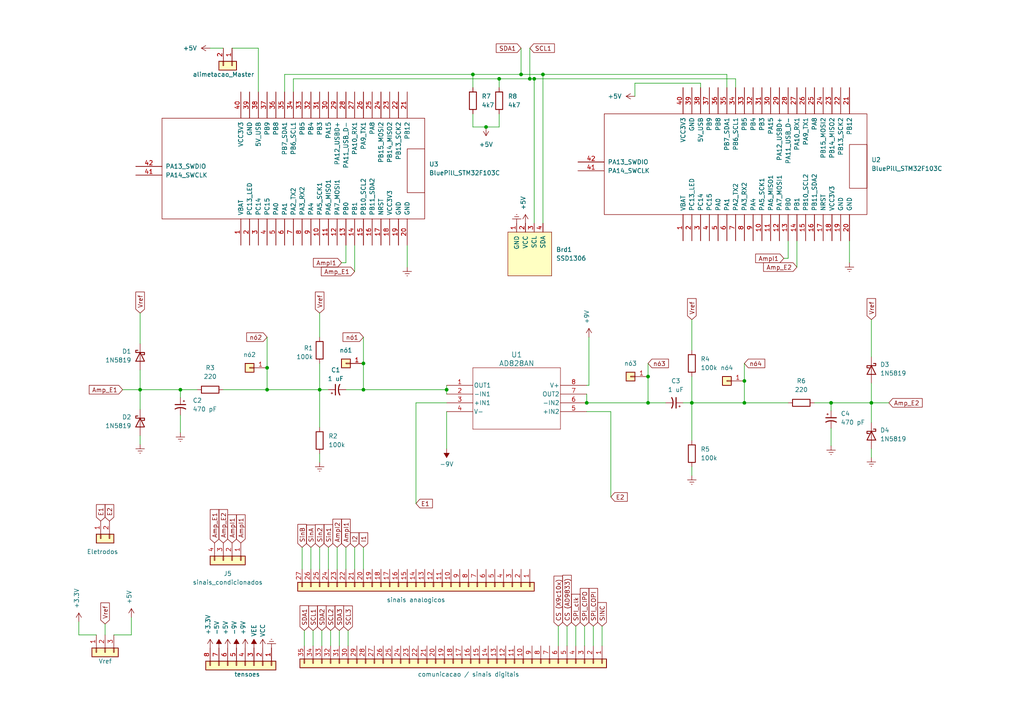
<source format=kicad_sch>
(kicad_sch (version 20230121) (generator eeschema)
  (paper "A4")
  (title_block (title "Condicionamento 2 canais ") (date "2023-07-17") (rev "v01") (company "EITduino") (comment 1 "Autor: Gustavo Pinheiro") (comment 2 "placa face simples 90x100 mm"))
  (lib_symbols
    (symbol "AD828AN:AD828AN" (pin_names (offset 0.254))
      (property "Reference" "U" (at 20.32 10.16 0))
      (property "Value" "AD828AN" (at 20.32 7.62 0))
      (symbol "AD828AN_0_1"
        (polyline (pts (xy 7.62 -12.7) (xy 33.02 -12.7)) (stroke (width 0.127)))
        (polyline (pts (xy 7.62 5.08) (xy 7.62 -12.7)) (stroke (width 0.127)))
        (polyline (pts (xy 33.02 -12.7) (xy 33.02 5.08)) (stroke (width 0.127)))
        (polyline (pts (xy 33.02 5.08) (xy 7.62 5.08)) (stroke (width 0.127)))
        (pin unspecified line (at 0 0 0) (length 7.62) (name "OUT1") (number "1"))
        (pin unspecified line (at 0 -2.54 0) (length 7.62) (name "-IN1") (number "2"))
        (pin unspecified line (at 0 -5.08 0) (length 7.62) (name "+IN1") (number "3"))
        (pin power_in line (at 0 -7.62 0) (length 7.62) (name "V-") (number "4"))
        (pin unspecified line (at 40.64 -7.62 180) (length 7.62) (name "+IN2") (number "5"))
        (pin unspecified line (at 40.64 -5.08 180) (length 7.62) (name "-IN2") (number "6"))
        (pin unspecified line (at 40.64 -2.54 180) (length 7.62) (name "OUT2") (number "7"))
        (pin power_in line (at 40.64 0 180) (length 7.62) (name "V+") (number "8"))
      )
    )
    (symbol "Connector_Generic:Conn_01x01" (pin_names (offset 1.016) hide)
      (property "Reference" "J" (at 0 2.54 0))
      (property "Value" "Conn_01x01" (at 0 -2.54 0))
      (symbol "Conn_01x01_1_1"
        (rectangle (start -1.27 0.127) (end 0 -0.127) (stroke (width 0.1524)))
        (rectangle (start -1.27 1.27) (end 1.27 -1.27) (stroke (width 0.254)) (fill (type background)))
        (pin passive line (at -5.08 0 0) (length 3.81) (name "Pin_1") (number "1"))
      )
    )
    (symbol "Connector_Generic:Conn_01x02" (pin_names (offset 1.016) hide)
      (property "Reference" "J" (at 0 2.54 0))
      (property "Value" "Conn_01x02" (at 0 -5.08 0))
      (symbol "Conn_01x02_1_1"
        (rectangle (start -1.27 -2.413) (end 0 -2.667) (stroke (width 0.1524)))
        (rectangle (start -1.27 0.127) (end 0 -0.127) (stroke (width 0.1524)))
        (rectangle (start -1.27 1.27) (end 1.27 -3.81) (stroke (width 0.254)) (fill (type background)))
        (pin passive line (at -5.08 0 0) (length 3.81) (name "Pin_1") (number "1"))
        (pin passive line (at -5.08 -2.54 0) (length 3.81) (name "Pin_2") (number "2"))
      )
    )
    (symbol "Connector_Generic:Conn_01x03" (pin_names (offset 1.016) hide)
      (property "Reference" "J" (at 0 5.08 0))
      (property "Value" "Conn_01x03" (at 0 -5.08 0))
      (symbol "Conn_01x03_1_1"
        (rectangle (start -1.27 -2.413) (end 0 -2.667) (stroke (width 0.1524)))
        (rectangle (start -1.27 0.127) (end 0 -0.127) (stroke (width 0.1524)))
        (rectangle (start -1.27 2.667) (end 0 2.413) (stroke (width 0.1524)))
        (rectangle (start -1.27 3.81) (end 1.27 -3.81) (stroke (width 0.254)) (fill (type background)))
        (pin passive line (at -5.08 2.54 0) (length 3.81) (name "Pin_1") (number "1"))
        (pin passive line (at -5.08 0 0) (length 3.81) (name "Pin_2") (number "2"))
        (pin passive line (at -5.08 -2.54 0) (length 3.81) (name "Pin_3") (number "3"))
      )
    )
    (symbol "Connector_Generic:Conn_01x04" (pin_names (offset 1.016) hide)
      (property "Reference" "J" (at 0 5.08 0))
      (property "Value" "Conn_01x04" (at 0 -7.62 0))
      (symbol "Conn_01x04_1_1"
        (rectangle (start -1.27 -4.953) (end 0 -5.207) (stroke (width 0.1524)))
        (rectangle (start -1.27 -2.413) (end 0 -2.667) (stroke (width 0.1524)))
        (rectangle (start -1.27 0.127) (end 0 -0.127) (stroke (width 0.1524)))
        (rectangle (start -1.27 2.667) (end 0 2.413) (stroke (width 0.1524)))
        (rectangle (start -1.27 3.81) (end 1.27 -6.35) (stroke (width 0.254)) (fill (type background)))
        (pin passive line (at -5.08 2.54 0) (length 3.81) (name "Pin_1") (number "1"))
        (pin passive line (at -5.08 0 0) (length 3.81) (name "Pin_2") (number "2"))
        (pin passive line (at -5.08 -2.54 0) (length 3.81) (name "Pin_3") (number "3"))
        (pin passive line (at -5.08 -5.08 0) (length 3.81) (name "Pin_4") (number "4"))
      )
    )
    (symbol "Connector_Generic:Conn_01x08" (pin_names (offset 1.016) hide)
      (property "Reference" "J" (at 0 10.16 0))
      (property "Value" "Conn_01x08" (at 0 -12.7 0))
      (symbol "Conn_01x08_1_1"
        (rectangle (start -1.27 -10.033) (end 0 -10.287) (stroke (width 0.1524)))
        (rectangle (start -1.27 -7.493) (end 0 -7.747) (stroke (width 0.1524)))
        (rectangle (start -1.27 -4.953) (end 0 -5.207) (stroke (width 0.1524)))
        (rectangle (start -1.27 -2.413) (end 0 -2.667) (stroke (width 0.1524)))
        (rectangle (start -1.27 0.127) (end 0 -0.127) (stroke (width 0.1524)))
        (rectangle (start -1.27 2.667) (end 0 2.413) (stroke (width 0.1524)))
        (rectangle (start -1.27 5.207) (end 0 4.953) (stroke (width 0.1524)))
        (rectangle (start -1.27 7.747) (end 0 7.493) (stroke (width 0.1524)))
        (rectangle (start -1.27 8.89) (end 1.27 -11.43) (stroke (width 0.254)) (fill (type background)))
        (pin passive line (at -5.08 7.62 0) (length 3.81) (name "Pin_1") (number "1"))
        (pin passive line (at -5.08 5.08 0) (length 3.81) (name "Pin_2") (number "2"))
        (pin passive line (at -5.08 2.54 0) (length 3.81) (name "Pin_3") (number "3"))
        (pin passive line (at -5.08 0 0) (length 3.81) (name "Pin_4") (number "4"))
        (pin passive line (at -5.08 -2.54 0) (length 3.81) (name "Pin_5") (number "5"))
        (pin passive line (at -5.08 -5.08 0) (length 3.81) (name "Pin_6") (number "6"))
        (pin passive line (at -5.08 -7.62 0) (length 3.81) (name "Pin_7") (number "7"))
        (pin passive line (at -5.08 -10.16 0) (length 3.81) (name "Pin_8") (number "8"))
      )
    )
    (symbol "Connector_Generic:Conn_01x27" (pin_names (offset 1.016) hide)
      (property "Reference" "J" (at 0 35.56 0))
      (property "Value" "Conn_01x27" (at 0 -35.56 0))
      (symbol "Conn_01x27_1_1"
        (rectangle (start -1.27 -32.893) (end 0 -33.147) (stroke (width 0.1524)))
        (rectangle (start -1.27 -30.353) (end 0 -30.607) (stroke (width 0.1524)))
        (rectangle (start -1.27 -27.813) (end 0 -28.067) (stroke (width 0.1524)))
        (rectangle (start -1.27 -25.273) (end 0 -25.527) (stroke (width 0.1524)))
        (rectangle (start -1.27 -22.733) (end 0 -22.987) (stroke (width 0.1524)))
        (rectangle (start -1.27 -20.193) (end 0 -20.447) (stroke (width 0.1524)))
        (rectangle (start -1.27 -17.653) (end 0 -17.907) (stroke (width 0.1524)))
        (rectangle (start -1.27 -15.113) (end 0 -15.367) (stroke (width 0.1524)))
        (rectangle (start -1.27 -12.573) (end 0 -12.827) (stroke (width 0.1524)))
        (rectangle (start -1.27 -10.033) (end 0 -10.287) (stroke (width 0.1524)))
        (rectangle (start -1.27 -7.493) (end 0 -7.747) (stroke (width 0.1524)))
        (rectangle (start -1.27 -4.953) (end 0 -5.207) (stroke (width 0.1524)))
        (rectangle (start -1.27 -2.413) (end 0 -2.667) (stroke (width 0.1524)))
        (rectangle (start -1.27 0.127) (end 0 -0.127) (stroke (width 0.1524)))
        (rectangle (start -1.27 2.667) (end 0 2.413) (stroke (width 0.1524)))
        (rectangle (start -1.27 5.207) (end 0 4.953) (stroke (width 0.1524)))
        (rectangle (start -1.27 7.747) (end 0 7.493) (stroke (width 0.1524)))
        (rectangle (start -1.27 10.287) (end 0 10.033) (stroke (width 0.1524)))
        (rectangle (start -1.27 12.827) (end 0 12.573) (stroke (width 0.1524)))
        (rectangle (start -1.27 15.367) (end 0 15.113) (stroke (width 0.1524)))
        (rectangle (start -1.27 17.907) (end 0 17.653) (stroke (width 0.1524)))
        (rectangle (start -1.27 20.447) (end 0 20.193) (stroke (width 0.1524)))
        (rectangle (start -1.27 22.987) (end 0 22.733) (stroke (width 0.1524)))
        (rectangle (start -1.27 25.527) (end 0 25.273) (stroke (width 0.1524)))
        (rectangle (start -1.27 28.067) (end 0 27.813) (stroke (width 0.1524)))
        (rectangle (start -1.27 30.607) (end 0 30.353) (stroke (width 0.1524)))
        (rectangle (start -1.27 33.147) (end 0 32.893) (stroke (width 0.1524)))
        (rectangle (start -1.27 34.29) (end 1.27 -34.29) (stroke (width 0.254)) (fill (type background)))
        (pin passive line (at -5.08 33.02 0) (length 3.81) (name "Pin_1") (number "1"))
        (pin passive line (at -5.08 10.16 0) (length 3.81) (name "Pin_10") (number "10"))
        (pin passive line (at -5.08 7.62 0) (length 3.81) (name "Pin_11") (number "11"))
        (pin passive line (at -5.08 5.08 0) (length 3.81) (name "Pin_12") (number "12"))
        (pin passive line (at -5.08 2.54 0) (length 3.81) (name "Pin_13") (number "13"))
        (pin passive line (at -5.08 0 0) (length 3.81) (name "Pin_14") (number "14"))
        (pin passive line (at -5.08 -2.54 0) (length 3.81) (name "Pin_15") (number "15"))
        (pin passive line (at -5.08 -5.08 0) (length 3.81) (name "Pin_16") (number "16"))
        (pin passive line (at -5.08 -7.62 0) (length 3.81) (name "Pin_17") (number "17"))
        (pin passive line (at -5.08 -10.16 0) (length 3.81) (name "Pin_18") (number "18"))
        (pin passive line (at -5.08 -12.7 0) (length 3.81) (name "Pin_19") (number "19"))
        (pin passive line (at -5.08 30.48 0) (length 3.81) (name "Pin_2") (number "2"))
        (pin passive line (at -5.08 -15.24 0) (length 3.81) (name "Pin_20") (number "20"))
        (pin passive line (at -5.08 -17.78 0) (length 3.81) (name "Pin_21") (number "21"))
        (pin passive line (at -5.08 -20.32 0) (length 3.81) (name "Pin_22") (number "22"))
        (pin passive line (at -5.08 -22.86 0) (length 3.81) (name "Pin_23") (number "23"))
        (pin passive line (at -5.08 -25.4 0) (length 3.81) (name "Pin_24") (number "24"))
        (pin passive line (at -5.08 -27.94 0) (length 3.81) (name "Pin_25") (number "25"))
        (pin passive line (at -5.08 -30.48 0) (length 3.81) (name "Pin_26") (number "26"))
        (pin passive line (at -5.08 -33.02 0) (length 3.81) (name "Pin_27") (number "27"))
        (pin passive line (at -5.08 27.94 0) (length 3.81) (name "Pin_3") (number "3"))
        (pin passive line (at -5.08 25.4 0) (length 3.81) (name "Pin_4") (number "4"))
        (pin passive line (at -5.08 22.86 0) (length 3.81) (name "Pin_5") (number "5"))
        (pin passive line (at -5.08 20.32 0) (length 3.81) (name "Pin_6") (number "6"))
        (pin passive line (at -5.08 17.78 0) (length 3.81) (name "Pin_7") (number "7"))
        (pin passive line (at -5.08 15.24 0) (length 3.81) (name "Pin_8") (number "8"))
        (pin passive line (at -5.08 12.7 0) (length 3.81) (name "Pin_9") (number "9"))
      )
    )
    (symbol "Connector_Generic:Conn_01x35" (pin_names (offset 1.016) hide)
      (property "Reference" "J" (at 0 45.72 0))
      (property "Value" "Conn_01x35" (at 0 -45.72 0))
      (symbol "Conn_01x35_1_1"
        (rectangle (start -1.27 -43.053) (end 0 -43.307) (stroke (width 0.1524)))
        (rectangle (start -1.27 -40.513) (end 0 -40.767) (stroke (width 0.1524)))
        (rectangle (start -1.27 -37.973) (end 0 -38.227) (stroke (width 0.1524)))
        (rectangle (start -1.27 -35.433) (end 0 -35.687) (stroke (width 0.1524)))
        (rectangle (start -1.27 -32.893) (end 0 -33.147) (stroke (width 0.1524)))
        (rectangle (start -1.27 -30.353) (end 0 -30.607) (stroke (width 0.1524)))
        (rectangle (start -1.27 -27.813) (end 0 -28.067) (stroke (width 0.1524)))
        (rectangle (start -1.27 -25.273) (end 0 -25.527) (stroke (width 0.1524)))
        (rectangle (start -1.27 -22.733) (end 0 -22.987) (stroke (width 0.1524)))
        (rectangle (start -1.27 -20.193) (end 0 -20.447) (stroke (width 0.1524)))
        (rectangle (start -1.27 -17.653) (end 0 -17.907) (stroke (width 0.1524)))
        (rectangle (start -1.27 -15.113) (end 0 -15.367) (stroke (width 0.1524)))
        (rectangle (start -1.27 -12.573) (end 0 -12.827) (stroke (width 0.1524)))
        (rectangle (start -1.27 -10.033) (end 0 -10.287) (stroke (width 0.1524)))
        (rectangle (start -1.27 -7.493) (end 0 -7.747) (stroke (width 0.1524)))
        (rectangle (start -1.27 -4.953) (end 0 -5.207) (stroke (width 0.1524)))
        (rectangle (start -1.27 -2.413) (end 0 -2.667) (stroke (width 0.1524)))
        (rectangle (start -1.27 0.127) (end 0 -0.127) (stroke (width 0.1524)))
        (rectangle (start -1.27 2.667) (end 0 2.413) (stroke (width 0.1524)))
        (rectangle (start -1.27 5.207) (end 0 4.953) (stroke (width 0.1524)))
        (rectangle (start -1.27 7.747) (end 0 7.493) (stroke (width 0.1524)))
        (rectangle (start -1.27 10.287) (end 0 10.033) (stroke (width 0.1524)))
        (rectangle (start -1.27 12.827) (end 0 12.573) (stroke (width 0.1524)))
        (rectangle (start -1.27 15.367) (end 0 15.113) (stroke (width 0.1524)))
        (rectangle (start -1.27 17.907) (end 0 17.653) (stroke (width 0.1524)))
        (rectangle (start -1.27 20.447) (end 0 20.193) (stroke (width 0.1524)))
        (rectangle (start -1.27 22.987) (end 0 22.733) (stroke (width 0.1524)))
        (rectangle (start -1.27 25.527) (end 0 25.273) (stroke (width 0.1524)))
        (rectangle (start -1.27 28.067) (end 0 27.813) (stroke (width 0.1524)))
        (rectangle (start -1.27 30.607) (end 0 30.353) (stroke (width 0.1524)))
        (rectangle (start -1.27 33.147) (end 0 32.893) (stroke (width 0.1524)))
        (rectangle (start -1.27 35.687) (end 0 35.433) (stroke (width 0.1524)))
        (rectangle (start -1.27 38.227) (end 0 37.973) (stroke (width 0.1524)))
        (rectangle (start -1.27 40.767) (end 0 40.513) (stroke (width 0.1524)))
        (rectangle (start -1.27 43.307) (end 0 43.053) (stroke (width 0.1524)))
        (rectangle (start -1.27 44.45) (end 1.27 -44.45) (stroke (width 0.254)) (fill (type background)))
        (pin passive line (at -5.08 43.18 0) (length 3.81) (name "Pin_1") (number "1"))
        (pin passive line (at -5.08 20.32 0) (length 3.81) (name "Pin_10") (number "10"))
        (pin passive line (at -5.08 17.78 0) (length 3.81) (name "Pin_11") (number "11"))
        (pin passive line (at -5.08 15.24 0) (length 3.81) (name "Pin_12") (number "12"))
        (pin passive line (at -5.08 12.7 0) (length 3.81) (name "Pin_13") (number "13"))
        (pin passive line (at -5.08 10.16 0) (length 3.81) (name "Pin_14") (number "14"))
        (pin passive line (at -5.08 7.62 0) (length 3.81) (name "Pin_15") (number "15"))
        (pin passive line (at -5.08 5.08 0) (length 3.81) (name "Pin_16") (number "16"))
        (pin passive line (at -5.08 2.54 0) (length 3.81) (name "Pin_17") (number "17"))
        (pin passive line (at -5.08 0 0) (length 3.81) (name "Pin_18") (number "18"))
        (pin passive line (at -5.08 -2.54 0) (length 3.81) (name "Pin_19") (number "19"))
        (pin passive line (at -5.08 40.64 0) (length 3.81) (name "Pin_2") (number "2"))
        (pin passive line (at -5.08 -5.08 0) (length 3.81) (name "Pin_20") (number "20"))
        (pin passive line (at -5.08 -7.62 0) (length 3.81) (name "Pin_21") (number "21"))
        (pin passive line (at -5.08 -10.16 0) (length 3.81) (name "Pin_22") (number "22"))
        (pin passive line (at -5.08 -12.7 0) (length 3.81) (name "Pin_23") (number "23"))
        (pin passive line (at -5.08 -15.24 0) (length 3.81) (name "Pin_24") (number "24"))
        (pin passive line (at -5.08 -17.78 0) (length 3.81) (name "Pin_25") (number "25"))
        (pin passive line (at -5.08 -20.32 0) (length 3.81) (name "Pin_26") (number "26"))
        (pin passive line (at -5.08 -22.86 0) (length 3.81) (name "Pin_27") (number "27"))
        (pin passive line (at -5.08 -25.4 0) (length 3.81) (name "Pin_28") (number "28"))
        (pin passive line (at -5.08 -27.94 0) (length 3.81) (name "Pin_29") (number "29"))
        (pin passive line (at -5.08 38.1 0) (length 3.81) (name "Pin_3") (number "3"))
        (pin passive line (at -5.08 -30.48 0) (length 3.81) (name "Pin_30") (number "30"))
        (pin passive line (at -5.08 -33.02 0) (length 3.81) (name "Pin_31") (number "31"))
        (pin passive line (at -5.08 -35.56 0) (length 3.81) (name "Pin_32") (number "32"))
        (pin passive line (at -5.08 -38.1 0) (length 3.81) (name "Pin_33") (number "33"))
        (pin passive line (at -5.08 -40.64 0) (length 3.81) (name "Pin_34") (number "34"))
        (pin passive line (at -5.08 -43.18 0) (length 3.81) (name "Pin_35") (number "35"))
        (pin passive line (at -5.08 35.56 0) (length 3.81) (name "Pin_4") (number "4"))
        (pin passive line (at -5.08 33.02 0) (length 3.81) (name "Pin_5") (number "5"))
        (pin passive line (at -5.08 30.48 0) (length 3.81) (name "Pin_6") (number "6"))
        (pin passive line (at -5.08 27.94 0) (length 3.81) (name "Pin_7") (number "7"))
        (pin passive line (at -5.08 25.4 0) (length 3.81) (name "Pin_8") (number "8"))
        (pin passive line (at -5.08 22.86 0) (length 3.81) (name "Pin_9") (number "9"))
      )
    )
    (symbol "Device:C_Polarized_Small_US" (pin_numbers hide) (pin_names (offset 0.254) hide)
      (property "Reference" "C" (at 0.254 1.778 0))
      (property "Value" "C_Polarized_Small_US" (at 0.254 -2.032 0))
      (symbol "C_Polarized_Small_US_0_1"
        (polyline (pts (xy -1.524 0.508) (xy 1.524 0.508)) (stroke (width 0.3048)))
        (polyline (pts (xy -1.27 1.524) (xy -0.762 1.524)))
        (polyline (pts (xy -1.016 1.27) (xy -1.016 1.778)))
        (arc (start 1.524 -0.762) (mid 0 -0.3734) (end -1.524 -0.762) (stroke (width 0.3048)))
      )
      (symbol "C_Polarized_Small_US_1_1"
        (pin passive line (at 0 2.54 270) (length 2.032) (name "~") (number "1"))
        (pin passive line (at 0 -2.54 90) (length 2.032) (name "~") (number "2"))
      )
    )
    (symbol "Device:R" (pin_numbers hide) (pin_names (offset 0))
      (property "Reference" "R" (at 2.032 0 90))
      (property "Value" "R" (at 0 0 90))
      (symbol "R_0_1"
        (rectangle (start -1.016 -2.54) (end 1.016 2.54) (stroke (width 0.254)))
      )
      (symbol "R_1_1"
        (pin passive line (at 0 3.81 270) (length 1.27) (name "~") (number "1"))
        (pin passive line (at 0 -3.81 90) (length 1.27) (name "~") (number "2"))
      )
    )
    (symbol "Diode:1N5819" (pin_numbers hide) (pin_names (offset 1.016) hide)
      (property "Reference" "D" (at 0 2.54 0))
      (property "Value" "1N5819" (at 0 -2.54 0))
      (symbol "1N5819_0_1"
        (polyline (pts (xy 1.27 0) (xy -1.27 0)))
        (polyline (pts (xy 1.27 1.27) (xy 1.27 -1.27) (xy -1.27 0) (xy 1.27 1.27)) (stroke (width 0.254)))
        (polyline (pts (xy -1.905 0.635) (xy -1.905 1.27) (xy -1.27 1.27) (xy -1.27 -1.27) (xy -0.635 -1.27) (xy -0.635 -0.635)) (stroke (width 0.254)))
      )
      (symbol "1N5819_1_1"
        (pin passive line (at -3.81 0 0) (length 2.54) (name "K") (number "1"))
        (pin passive line (at 3.81 0 180) (length 2.54) (name "A") (number "2"))
      )
    )
    (symbol "SSD1306-128x64_OLED:SSD1306" (pin_names (offset 1.016))
      (property "Reference" "Brd" (at 0 -3.81 0))
      (property "Value" "SSD1306" (at 0 -1.27 0))
      (symbol "SSD1306_0_1"
        (rectangle (start -6.35 6.35) (end 6.35 -6.35) (fill (type background)))
      )
      (symbol "SSD1306_1_1"
        (pin input line (at -3.81 8.89 270) (length 2.54) (name "GND") (number "1"))
        (pin input line (at -1.27 8.89 270) (length 2.54) (name "VCC") (number "2"))
        (pin input line (at 1.27 8.89 270) (length 2.54) (name "SCL") (number "3"))
        (pin input line (at 3.81 8.89 270) (length 2.54) (name "SDA") (number "4"))
      )
    )
    (symbol "bluepill_breakouts:BluePill_STM32F103C" (pin_names (offset 1.016))
      (property "Reference" "U" (at -11.43 -34.29 0))
      (property "Value" "BluePill_STM32F103C" (at 1.27 21.59 0))
      (symbol "BluePill_STM32F103C_0_1"
        (rectangle (start -6.35 -35.56) (end 6.35 -30.48))
      )
      (symbol "BluePill_STM32F103C_1_0"
        (rectangle (start -13.97 -35.56) (end 15.24 40.64))
      )
      (symbol "BluePill_STM32F103C_1_1"
        (pin power_in line (at -21.59 17.78 0) (length 7.62) (name "VBAT") (number "1"))
        (pin bidirectional line (at -21.59 -5.08 0) (length 7.62) (name "PA5_SCK1") (number "10"))
        (pin bidirectional line (at -21.59 -7.62 0) (length 7.62) (name "PA6_MISO1") (number "11"))
        (pin bidirectional line (at -21.59 -10.16 0) (length 7.62) (name "PA7_MOSI1") (number "12"))
        (pin bidirectional line (at -21.59 -12.7 0) (length 7.62) (name "PB0") (number "13"))
        (pin bidirectional line (at -21.59 -15.24 0) (length 7.62) (name "PB1") (number "14"))
        (pin bidirectional line (at -21.59 -17.78 0) (length 7.62) (name "PB10_SCL2") (number "15"))
        (pin bidirectional line (at -21.59 -20.32 0) (length 7.62) (name "PB11_SDA2") (number "16"))
        (pin input line (at -21.59 -22.86 0) (length 7.62) (name "NRST") (number "17"))
        (pin bidirectional line (at -21.59 -25.4 0) (length 7.62) (name "VCC3V3") (number "18"))
        (pin power_in line (at -21.59 -27.94 0) (length 7.62) (name "GND") (number "19"))
        (pin bidirectional line (at -21.59 15.24 0) (length 7.62) (name "PC13_LED") (number "2"))
        (pin power_in line (at -21.59 -30.48 0) (length 7.62) (name "GND") (number "20"))
        (pin bidirectional line (at 22.86 -30.48 180) (length 7.62) (name "PB12") (number "21"))
        (pin bidirectional line (at 22.86 -27.94 180) (length 7.62) (name "PB13_SCK2") (number "22"))
        (pin bidirectional line (at 22.86 -25.4 180) (length 7.62) (name "PB14_MISO2") (number "23"))
        (pin bidirectional line (at 22.86 -22.86 180) (length 7.62) (name "PB15_MOSI2") (number "24"))
        (pin bidirectional line (at 22.86 -20.32 180) (length 7.62) (name "PA8") (number "25"))
        (pin bidirectional line (at 22.86 -17.78 180) (length 7.62) (name "PA9_TX1") (number "26"))
        (pin bidirectional line (at 22.86 -15.24 180) (length 7.62) (name "PA10_RX1") (number "27"))
        (pin bidirectional line (at 22.86 -12.7 180) (length 7.62) (name "PA11_USB_D-") (number "28"))
        (pin bidirectional line (at 22.86 -10.16 180) (length 7.62) (name "PA12_USBD+") (number "29"))
        (pin bidirectional line (at -21.59 12.7 0) (length 7.62) (name "PC14") (number "3"))
        (pin bidirectional line (at 22.86 -7.62 180) (length 7.62) (name "PA15") (number "30"))
        (pin bidirectional line (at 22.86 -5.08 180) (length 7.62) (name "PB3") (number "31"))
        (pin bidirectional line (at 22.86 -2.54 180) (length 7.62) (name "PB4") (number "32"))
        (pin bidirectional line (at 22.86 0 180) (length 7.62) (name "PB5") (number "33"))
        (pin bidirectional line (at 22.86 2.54 180) (length 7.62) (name "PB6_SCL1") (number "34"))
        (pin bidirectional line (at 22.86 5.08 180) (length 7.62) (name "PB7_SDA1") (number "35"))
        (pin bidirectional line (at 22.86 7.62 180) (length 7.62) (name "PB8") (number "36"))
        (pin bidirectional line (at 22.86 10.16 180) (length 7.62) (name "PB9") (number "37"))
        (pin bidirectional line (at 22.86 12.7 180) (length 7.62) (name "5V_USB") (number "38"))
        (pin power_in line (at 22.86 15.24 180) (length 7.62) (name "GND") (number "39"))
        (pin bidirectional line (at -21.59 10.16 0) (length 7.62) (name "PC15") (number "4"))
        (pin bidirectional line (at 22.86 17.78 180) (length 7.62) (name "VCC3V3") (number "40"))
        (pin bidirectional line (at -1.27 48.26 270) (length 7.62) (name "PA14_SWCLK") (number "41"))
        (pin bidirectional line (at 1.27 48.26 270) (length 7.62) (name "PA13_SWDIO") (number "42"))
        (pin bidirectional line (at -21.59 7.62 0) (length 7.62) (name "PA0") (number "5"))
        (pin bidirectional line (at -21.59 5.08 0) (length 7.62) (name "PA1") (number "6"))
        (pin bidirectional line (at -21.59 2.54 0) (length 7.62) (name "PA2_TX2") (number "7"))
        (pin bidirectional line (at -21.59 0 0) (length 7.62) (name "PA3_RX2") (number "8"))
        (pin bidirectional line (at -21.59 -2.54 0) (length 7.62) (name "PA4") (number "9"))
      )
    )
    (symbol "power:+3.3V" (power) (pin_names (offset 0))
      (property "Value" "+3.3V" (at 0 3.556 0))
      (symbol "+3.3V_0_1"
        (polyline (pts (xy -0.762 1.27) (xy 0 2.54)))
        (polyline (pts (xy 0 0) (xy 0 2.54)))
        (polyline (pts (xy 0 2.54) (xy 0.762 1.27)))
      )
      (symbol "+3.3V_1_1"
        (pin power_in line (at 0 0 90) (length 0) hide (name "+3.3V") (number "1"))
      )
    )
    (symbol "power:+5V" (power) (pin_names (offset 0))
      (property "Value" "+5V" (at 0 3.556 0))
      (symbol "+5V_0_1"
        (polyline (pts (xy -0.762 1.27) (xy 0 2.54)))
        (polyline (pts (xy 0 0) (xy 0 2.54)))
        (polyline (pts (xy 0 2.54) (xy 0.762 1.27)))
      )
      (symbol "+5V_1_1"
        (pin power_in line (at 0 0 90) (length 0) hide (name "+5V") (number "1"))
      )
    )
    (symbol "power:+9V" (power) (pin_names (offset 0))
      (property "Value" "+9V" (at 0 3.556 0))
      (symbol "+9V_0_1"
        (polyline (pts (xy -0.762 1.27) (xy 0 2.54)))
        (polyline (pts (xy 0 0) (xy 0 2.54)))
        (polyline (pts (xy 0 2.54) (xy 0.762 1.27)))
      )
      (symbol "+9V_1_1"
        (pin power_in line (at 0 0 90) (length 0) hide (name "+9V") (number "1"))
      )
    )
    (symbol "power:-5V" (power) (pin_names (offset 0))
      (property "Value" "-5V" (at 0 3.81 0))
      (symbol "-5V_0_0"
        (pin power_in line (at 0 0 90) (length 0) hide (name "-5V") (number "1"))
      )
      (symbol "-5V_0_1"
        (polyline (pts (xy 0 0) (xy 0 1.27) (xy 0.762 1.27) (xy 0 2.54) (xy -0.762 1.27) (xy 0 1.27)) (fill (type outline)))
      )
    )
    (symbol "power:-9V" (power) (pin_names (offset 0))
      (property "Value" "-9V" (at 0 3.81 0))
      (symbol "-9V_0_1"
        (polyline (pts (xy 0 0) (xy 0 2.54)))
        (polyline (pts (xy 0.762 1.27) (xy -0.762 1.27) (xy 0 2.54) (xy 0.762 1.27)) (fill (type outline)))
      )
      (symbol "-9V_1_1"
        (pin power_in line (at 0 0 90) (length 0) hide (name "-9V") (number "1"))
      )
    )
    (symbol "power:Earth" (power) (pin_names (offset 0))
      (symbol "Earth_0_1"
        (polyline (pts (xy -0.635 -1.905) (xy 0.635 -1.905)))
        (polyline (pts (xy -0.127 -2.54) (xy 0.127 -2.54)))
        (polyline (pts (xy 0 -1.27) (xy 0 0)))
        (polyline (pts (xy 1.27 -1.27) (xy -1.27 -1.27)))
      )
      (symbol "Earth_1_1"
        (pin power_in line (at 0 0 270) (length 0) hide (name "Earth") (number "1"))
      )
    )
    (symbol "power:VCC" (power) (pin_names (offset 0))
      (property "Value" "VCC" (at 0 3.81 0))
      (symbol "VCC_0_1"
        (polyline (pts (xy -0.762 1.27) (xy 0 2.54)))
        (polyline (pts (xy 0 0) (xy 0 2.54)))
        (polyline (pts (xy 0 2.54) (xy 0.762 1.27)))
      )
      (symbol "VCC_1_1"
        (pin power_in line (at 0 0 90) (length 0) hide (name "VCC") (number "1"))
      )
    )
    (symbol "power:VEE" (power) (pin_names (offset 0))
      (property "Value" "VEE" (at 0 3.81 0))
      (symbol "VEE_0_1"
        (polyline (pts (xy 0 0) (xy 0 2.54)))
        (polyline (pts (xy 0.762 1.27) (xy -0.762 1.27) (xy 0 2.54) (xy 0.762 1.27)) (fill (type outline)))
      )
      (symbol "VEE_1_1"
        (pin power_in line (at 0 0 90) (length 0) hide (name "VEE") (number "1"))
      )
    )
  )
  (junction (at 200.66 116.84))
  (junction (at 187.96 109.22))
  (junction (at 153.67 22.86))
  (junction (at 144.78 22.86))
  (junction (at 105.41 105.41))
  (junction (at 137.16 21.59))
  (junction (at 215.9 116.84))
  (junction (at 170.18 116.84))
  (junction (at 215.9 110.49))
  (junction (at 252.73 116.84))
  (junction (at 52.324 113.03))
  (junction (at 77.47 113.03))
  (junction (at 154.94 22.86))
  (junction (at 157.48 21.59))
  (junction (at 40.64 113.03))
  (junction (at 241.046 116.84))
  (junction (at 77.47 106.68))
  (junction (at 105.41 113.03))
  (junction (at 187.96 116.84))
  (junction (at 151.13 21.59))
  (junction (at 140.97 36.83))
  (junction (at 129.54 113.03))
  (junction (at 92.71 113.03))
  (wire (pts (xy 82.55 21.59) (xy 82.55 26.67)))
  (wire (pts (xy 172.085 181.61) (xy 172.085 187.325)))
  (wire (pts (xy 33.02 184.15) (xy 38.1 184.15)))
  (wire (pts (xy 118.11 71.12) (xy 118.11 77.47)))
  (wire (pts (xy 144.78 33.02) (xy 144.78 36.83)))
  (wire (pts (xy 77.47 113.03) (xy 64.77 113.03)))
  (wire (pts (xy 90.17 158.75) (xy 90.17 165.1)))
  (wire (pts (xy 236.22 116.84) (xy 241.046 116.84)))
  (wire (pts (xy 95.25 113.03) (xy 92.71 113.03)))
  (wire (pts (xy 74.93 13.97) (xy 74.93 26.67)))
  (wire (pts (xy 40.64 126.365) (xy 40.64 128.905)))
  (wire (pts (xy 200.66 116.84) (xy 200.66 127.762)))
  (wire (pts (xy 60.96 13.97) (xy 64.77 13.97)))
  (wire (pts (xy 95.25 158.75) (xy 95.25 165.1)))
  (wire (pts (xy 137.16 21.59) (xy 82.55 21.59)))
  (wire (pts (xy 93.345 182.88) (xy 93.345 187.325)))
  (wire (pts (xy 87.63 158.75) (xy 87.63 165.1)))
  (wire (pts (xy 200.66 135.382) (xy 200.66 137.922)))
  (wire (pts (xy 52.324 113.03) (xy 40.64 113.03)))
  (wire (pts (xy 90.805 182.88) (xy 90.805 187.325)))
  (wire (pts (xy 105.41 113.03) (xy 100.33 113.03)))
  (wire (pts (xy 144.78 36.83) (xy 140.97 36.83)))
  (wire (pts (xy 252.73 130.175) (xy 252.73 132.715)))
  (wire (pts (xy 151.13 13.97) (xy 151.13 21.59)))
  (wire (pts (xy 187.96 116.84) (xy 193.04 116.84)))
  (wire (pts (xy 144.78 22.86) (xy 144.78 25.4)))
  (wire (pts (xy 100.965 182.88) (xy 100.965 187.325)))
  (wire (pts (xy 170.18 114.3) (xy 170.18 116.84)))
  (wire (pts (xy 129.54 113.03) (xy 105.41 113.03)))
  (wire (pts (xy 153.67 22.86) (xy 154.94 22.86)))
  (wire (pts (xy 137.16 33.02) (xy 137.16 36.83)))
  (wire (pts (xy 246.38 69.85) (xy 246.38 76.2)))
  (wire (pts (xy 228.6 69.85) (xy 228.6 74.93)))
  (wire (pts (xy 92.71 113.03) (xy 77.47 113.03)))
  (wire (pts (xy 170.18 119.38) (xy 177.165 119.38)))
  (wire (pts (xy 164.465 181.61) (xy 164.465 187.325)))
  (wire (pts (xy 88.265 182.88) (xy 88.265 187.325)))
  (wire (pts (xy 198.12 116.84) (xy 200.66 116.84)))
  (wire (pts (xy 252.73 116.84) (xy 257.81 116.84)))
  (wire (pts (xy 100.33 158.75) (xy 100.33 165.1)))
  (wire (pts (xy 85.09 22.86) (xy 144.78 22.86)))
  (wire (pts (xy 40.64 118.745) (xy 40.64 113.03)))
  (wire (pts (xy 241.046 116.84) (xy 241.046 119.126)))
  (wire (pts (xy 154.94 22.86) (xy 154.94 64.77)))
  (wire (pts (xy 231.14 69.85) (xy 231.14 77.47)))
  (wire (pts (xy 151.13 21.59) (xy 137.16 21.59)))
  (wire (pts (xy 102.87 158.75) (xy 102.87 165.1)))
  (wire (pts (xy 213.36 22.86) (xy 213.36 25.4)))
  (wire (pts (xy 40.64 90.805) (xy 40.64 99.695)))
  (wire (pts (xy 161.925 181.61) (xy 161.925 187.325)))
  (wire (pts (xy 92.71 105.41) (xy 92.71 113.03)))
  (wire (pts (xy 129.54 111.76) (xy 129.54 113.03)))
  (wire (pts (xy 167.005 181.61) (xy 167.005 187.325)))
  (wire (pts (xy 40.64 113.03) (xy 35.56 113.03)))
  (wire (pts (xy 157.48 21.59) (xy 157.48 64.77)))
  (wire (pts (xy 95.885 182.88) (xy 95.885 187.325)))
  (wire (pts (xy 52.324 113.03) (xy 52.324 115.316)))
  (wire (pts (xy 252.73 111.125) (xy 252.73 116.84)))
  (wire (pts (xy 200.66 116.84) (xy 215.9 116.84)))
  (wire (pts (xy 38.1 184.15) (xy 38.1 179.07)))
  (wire (pts (xy 52.324 120.396) (xy 52.324 125.476)))
  (wire (pts (xy 77.47 106.68) (xy 77.47 113.03)))
  (wire (pts (xy 200.66 92.71) (xy 200.66 101.6)))
  (wire (pts (xy 187.96 105.41) (xy 187.96 109.22)))
  (wire (pts (xy 144.78 22.86) (xy 153.67 22.86)))
  (wire (pts (xy 102.87 71.12) (xy 102.87 78.74)))
  (wire (pts (xy 170.815 97.79) (xy 170.815 111.76)))
  (wire (pts (xy 92.71 158.75) (xy 92.71 165.1)))
  (wire (pts (xy 120.65 146.05) (xy 120.65 116.84)))
  (wire (pts (xy 187.96 116.84) (xy 170.18 116.84)))
  (wire (pts (xy 157.48 21.59) (xy 151.13 21.59)))
  (wire (pts (xy 129.54 119.38) (xy 129.54 130.175)))
  (wire (pts (xy 170.815 111.76) (xy 170.18 111.76)))
  (wire (pts (xy 215.9 116.84) (xy 228.6 116.84)))
  (wire (pts (xy 241.046 124.206) (xy 241.046 129.286)))
  (wire (pts (xy 184.15 24.13) (xy 184.15 27.94)))
  (wire (pts (xy 215.9 110.49) (xy 215.9 116.84)))
  (wire (pts (xy 92.71 131.572) (xy 92.71 134.112)))
  (wire (pts (xy 77.47 97.79) (xy 77.47 106.68)))
  (wire (pts (xy 92.71 90.805) (xy 92.71 97.79)))
  (wire (pts (xy 174.625 181.61) (xy 174.625 187.325)))
  (wire (pts (xy 22.86 184.15) (xy 22.86 180.34)))
  (wire (pts (xy 99.06 76.2) (xy 100.33 76.2)))
  (wire (pts (xy 92.71 113.03) (xy 92.71 123.952)))
  (wire (pts (xy 252.73 122.555) (xy 252.73 116.84)))
  (wire (pts (xy 100.33 71.12) (xy 100.33 76.2)))
  (wire (pts (xy 153.67 13.97) (xy 153.67 22.86)))
  (wire (pts (xy 177.165 144.145) (xy 177.165 119.38)))
  (wire (pts (xy 169.545 181.61) (xy 169.545 187.325)))
  (wire (pts (xy 200.66 109.22) (xy 200.66 116.84)))
  (wire (pts (xy 40.64 107.315) (xy 40.64 113.03)))
  (wire (pts (xy 203.2 25.4) (xy 203.2 24.13)))
  (wire (pts (xy 105.41 97.79) (xy 105.41 105.41)))
  (wire (pts (xy 105.41 105.41) (xy 105.41 113.03)))
  (wire (pts (xy 252.73 92.71) (xy 252.73 103.505)))
  (wire (pts (xy 74.93 13.97) (xy 67.31 13.97)))
  (wire (pts (xy 227.33 74.93) (xy 228.6 74.93)))
  (wire (pts (xy 120.65 116.84) (xy 129.54 116.84)))
  (wire (pts (xy 137.16 36.83) (xy 140.97 36.83)))
  (wire (pts (xy 30.48 180.975) (xy 30.48 184.15)))
  (wire (pts (xy 241.046 116.84) (xy 252.73 116.84)))
  (wire (pts (xy 98.425 182.88) (xy 98.425 187.325)))
  (wire (pts (xy 129.54 113.03) (xy 129.54 114.3)))
  (wire (pts (xy 154.94 22.86) (xy 213.36 22.86)))
  (wire (pts (xy 187.96 109.22) (xy 187.96 116.84)))
  (wire (pts (xy 203.2 24.13) (xy 184.15 24.13)))
  (wire (pts (xy 210.82 21.59) (xy 157.48 21.59)))
  (wire (pts (xy 210.82 25.4) (xy 210.82 21.59)))
  (wire (pts (xy 105.41 158.75) (xy 105.41 165.1)))
  (wire (pts (xy 57.15 113.03) (xy 52.324 113.03)))
  (wire (pts (xy 97.79 158.75) (xy 97.79 165.1)))
  (wire (pts (xy 215.9 105.41) (xy 215.9 110.49)))
  (wire (pts (xy 27.94 184.15) (xy 22.86 184.15)))
  (wire (pts (xy 137.16 21.59) (xy 137.16 25.4)))
  (wire (pts (xy 85.09 26.67) (xy 85.09 22.86)))
  (global_label "SCL2" (shape input) (at 95.885 182.88 90) (property "Intersheetrefs" "${INTERSHEET_REFS}" (effects hide)))
  (global_label "AmpI1" (shape input) (at 69.85 157.48 90) (property "Intersheetrefs" "${INTERSHEET_REFS}" (effects hide)))
  (global_label "Amp_E2" (shape input) (at 231.14 77.47 180) (property "Intersheetrefs" "${INTERSHEET_REFS}" (effects hide)))
  (global_label "E1" (shape input) (at 120.65 146.05 0) (property "Intersheetrefs" "${INTERSHEET_REFS}" (effects hide)))
  (global_label "Amp_E2" (shape input) (at 257.81 116.84 0) (property "Intersheetrefs" "${INTERSHEET_REFS}" (effects hide)))
  (global_label "SPI_CIPO" (shape input) (at 169.545 181.61 90) (property "Intersheetrefs" "${INTERSHEET_REFS}" (effects hide)))
  (global_label "AmpI1" (shape input) (at 227.33 74.93 180) (property "Intersheetrefs" "${INTERSHEET_REFS}" (effects hide)))
  (global_label "Vref" (shape input) (at 30.48 180.975 90) (property "Intersheetrefs" "${INTERSHEET_REFS}" (effects hide)))
  (global_label "Amp_E1" (shape input) (at 102.87 78.74 180) (property "Intersheetrefs" "${INTERSHEET_REFS}" (effects hide)))
  (global_label "SPI_COPI" (shape input) (at 172.085 181.61 90) (property "Intersheetrefs" "${INTERSHEET_REFS}" (effects hide)))
  (global_label "Vref" (shape input) (at 92.71 90.805 90) (property "Intersheetrefs" "${INTERSHEET_REFS}" (effects hide)))
  (global_label "SDA1" (shape input) (at 151.13 13.97 180) (property "Intersheetrefs" "${INTERSHEET_REFS}" (effects hide)))
  (global_label "Amp_E1" (shape input) (at 35.56 113.03 180) (property "Intersheetrefs" "${INTERSHEET_REFS}" (effects hide)))
  (global_label "AmpI1" (shape input) (at 100.33 158.75 90) (property "Intersheetrefs" "${INTERSHEET_REFS}" (effects hide)))
  (global_label "SDA1" (shape input) (at 88.265 182.88 90) (property "Intersheetrefs" "${INTERSHEET_REFS}" (effects hide)))
  (global_label "AmpI2" (shape input) (at 97.79 158.75 90) (property "Intersheetrefs" "${INTERSHEET_REFS}" (effects hide)))
  (global_label "Vref" (shape input) (at 40.64 90.805 90) (property "Intersheetrefs" "${INTERSHEET_REFS}" (effects hide)))
  (global_label "Sin1" (shape input) (at 95.25 158.75 90) (property "Intersheetrefs" "${INTERSHEET_REFS}" (effects hide)))
  (global_label "Sin2" (shape input) (at 92.71 158.75 90) (property "Intersheetrefs" "${INTERSHEET_REFS}" (effects hide)))
  (global_label "nó1" (shape input) (at 105.41 97.79 180) (property "Intersheetrefs" "${INTERSHEET_REFS}" (effects hide)))
  (global_label "AmpI1" (shape input) (at 99.06 76.2 180) (property "Intersheetrefs" "${INTERSHEET_REFS}" (effects hide)))
  (global_label "I2" (shape input) (at 102.87 158.75 90) (property "Intersheetrefs" "${INTERSHEET_REFS}" (effects hide)))
  (global_label "SDA3" (shape input) (at 98.425 182.88 90) (property "Intersheetrefs" "${INTERSHEET_REFS}" (effects hide)))
  (global_label "Vref" (shape input) (at 200.66 92.71 90) (property "Intersheetrefs" "${INTERSHEET_REFS}" (effects hide)))
  (global_label "I1" (shape input) (at 105.41 158.75 90) (property "Intersheetrefs" "${INTERSHEET_REFS}" (effects hide)))
  (global_label "CS (X9c10x)" (shape input) (at 161.925 181.61 90) (property "Intersheetrefs" "${INTERSHEET_REFS}" (effects hide)))
  (global_label "SCL1" (shape input) (at 90.805 182.88 90) (property "Intersheetrefs" "${INTERSHEET_REFS}" (effects hide)))
  (global_label "Amp_E2" (shape input) (at 64.77 157.48 90) (property "Intersheetrefs" "${INTERSHEET_REFS}" (effects hide)))
  (global_label "SINC" (shape input) (at 174.625 181.61 90) (property "Intersheetrefs" "${INTERSHEET_REFS}" (effects hide)))
  (global_label "E2" (shape input) (at 31.75 151.13 90) (property "Intersheetrefs" "${INTERSHEET_REFS}" (effects hide)))
  (global_label "Amp_E1" (shape input) (at 62.23 157.48 90) (property "Intersheetrefs" "${INTERSHEET_REFS}" (effects hide)))
  (global_label "AmpI1" (shape input) (at 67.31 157.48 90) (property "Intersheetrefs" "${INTERSHEET_REFS}" (effects hide)))
  (global_label "E2" (shape input) (at 177.165 144.145 0) (property "Intersheetrefs" "${INTERSHEET_REFS}" (effects hide)))
  (global_label "Vref" (shape input) (at 252.73 92.71 90) (property "Intersheetrefs" "${INTERSHEET_REFS}" (effects hide)))
  (global_label "SCL3" (shape input) (at 100.965 182.88 90) (property "Intersheetrefs" "${INTERSHEET_REFS}" (effects hide)))
  (global_label "nó3" (shape input) (at 187.96 105.41 0) (property "Intersheetrefs" "${INTERSHEET_REFS}" (effects hide)))
  (global_label "CS (AD9833)" (shape input) (at 164.465 181.61 90) (property "Intersheetrefs" "${INTERSHEET_REFS}" (effects hide)))
  (global_label "SinB" (shape input) (at 87.63 158.75 90) (property "Intersheetrefs" "${INTERSHEET_REFS}" (effects hide)))
  (global_label "SinA" (shape input) (at 90.17 158.75 90) (property "Intersheetrefs" "${INTERSHEET_REFS}" (effects hide)))
  (global_label "SDA2" (shape input) (at 93.345 182.88 90) (property "Intersheetrefs" "${INTERSHEET_REFS}" (effects hide)))
  (global_label "nó2" (shape input) (at 77.47 97.79 180) (property "Intersheetrefs" "${INTERSHEET_REFS}" (effects hide)))
  (global_label "SCL1" (shape input) (at 153.67 13.97 0) (property "Intersheetrefs" "${INTERSHEET_REFS}" (effects hide)))
  (global_label "nó4" (shape input) (at 215.9 105.41 0) (property "Intersheetrefs" "${INTERSHEET_REFS}" (effects hide)))
  (global_label "E1" (shape input) (at 29.21 151.13 90) (property "Intersheetrefs" "${INTERSHEET_REFS}" (effects hide)))
  (global_label "SPI_clk" (shape input) (at 167.005 181.61 90) (property "Intersheetrefs" "${INTERSHEET_REFS}" (effects hide)))
  (symbol (lib_id "Connector_Generic:Conn_01x03") (at 30.48 189.23 90) (mirror x) (unit 1)
    (property "Reference" "J1" (effects hide))
    (property "Value" "Vref" (at 28.575 191.77 90) (effects (justify right)))
    (property "Footprint" "Connector_PinHeader_2.54mm:PinHeader_1x03_P2.54mm_Vertical" (effects hide))
  )
  (symbol (lib_id "power:Earth") (at 200.66 137.922 0) (unit 1)
    (property "Reference" "#PWR015" (effects hide))
    (property "Value" "Earth" (effects hide))
  )
  (symbol (lib_id "power:VCC") (at 76.2 187.96 0) (unit 1)
    (property "Reference" "#PWR025" (effects hide))
    (property "Value" "VCC" (at 76.2 182.88 90))
  )
  (symbol (lib_id "Connector_Generic:Conn_01x01") (at 72.39 106.68 180) (unit 1)
    (property "Reference" "J8" (effects hide))
    (property "Value" "nó2" (at 72.39 102.87 0))
    (property "Footprint" "Connector_PinHeader_2.54mm:PinHeader_1x01_P2.54mm_Vertical" (effects hide))
  )
  (symbol (lib_id "power:VEE") (at 73.66 187.96 0) (unit 1)
    (property "Reference" "#PWR026" (effects hide))
    (property "Value" "VEE" (at 73.66 182.88 90))
  )
  (symbol (lib_id "Device:R") (at 200.66 131.572 0) (unit 1)
    (property "Reference" "R5" (at 203.2 130.302 0) (effects (justify left)))
    (property "Value" "100k" (at 203.2 132.842 0) (effects (justify left)))
    (property "Footprint" "Resistor_THT:R_Axial_DIN0207_L6.3mm_D2.5mm_P7.62mm_Horizontal" (effects hide))
  )
  (symbol (lib_id "bluepill_breakouts:BluePill_STM32F103C") (at 87.63 49.53 90) (unit 1)
    (property "Reference" "U3" (at 124.46 47.625 90) (effects (justify right)))
    (property "Value" "BluePill_STM32F103C" (at 124.46 50.165 90) (effects (justify right)))
    (property "Footprint" "STM32_Bluepill:BluePill_STM32F103C" (effects hide))
    (property "Datasheet" "www.rogerclark.net" (effects hide))
  )
  (symbol (lib_id "power:+3.3V") (at 60.96 187.96 0) (unit 1)
    (property "Reference" "#PWR041" (effects hide))
    (property "Value" "+3.3V" (at 60.325 184.15 90) (effects (justify left)))
  )
  (symbol (lib_id "Connector_Generic:Conn_01x01") (at 210.82 110.49 180) (unit 1)
    (property "Reference" "J11" (effects hide))
    (property "Value" "nó4" (at 210.82 106.68 0))
    (property "Footprint" "Connector_PinHeader_2.54mm:PinHeader_1x01_P2.54mm_Vertical" (effects hide))
  )
  (symbol (lib_id "SSD1306-128x64_OLED:SSD1306") (at 153.67 73.66 0) (unit 1)
    (property "Reference" "Brd1" (at 161.29 72.39 0) (effects (justify left)))
    (property "Value" "SSD1306" (at 161.29 74.93 0) (effects (justify left)))
    (property "Footprint" "OLED_i2c:128x64OLED" (effects hide))
  )
  (symbol (lib_id "Connector_Generic:Conn_01x04") (at 67.31 162.56 270) (unit 1)
    (property "Reference" "J5" (at 66.04 166.37 90))
    (property "Value" "sinais_condicionados" (at 66.04 168.91 90))
    (property "Footprint" "Connector_PinHeader_2.54mm:PinHeader_1x04_P2.54mm_Horizontal" (effects hide))
  )
  (symbol (lib_id "power:+5V") (at 38.1 179.07 0) (unit 1)
    (property "Reference" "#PWR016" (effects hide))
    (property "Value" "+5V" (at 37.465 175.26 90) (effects (justify left)))
  )
  (symbol (lib_id "Connector_Generic:Conn_01x27") (at 120.65 170.18 270) (unit 1)
    (property "Reference" "J3" (effects hide))
    (property "Value" "sinais analogicos" (at 120.65 173.99 90))
    (property "Footprint" "Connector_PinHeader_2.54mm:PinHeader_1x27_P2.54mm_Vertical" (effects hide))
  )
  (symbol (lib_id "Diode:1N5819") (at 40.64 103.505 90) (mirror x) (unit 1)
    (property "Reference" "D1" (at 38.1 101.9175 90) (effects (justify left)))
    (property "Value" "1N5819" (at 38.1 104.4575 90) (effects (justify left)))
    (property "Footprint" "Diode_THT:D_DO-41_SOD81_P10.16mm_Horizontal" (effects hide))
    (property "Datasheet" "http://www.vishay.com/docs/88525/1n5817.pdf" (effects hide))
  )
  (symbol (lib_id "power:+5V") (at 140.97 36.83 180) (unit 1)
    (property "Reference" "#PWR01" (effects hide))
    (property "Value" "+5V" (at 140.97 41.91 0))
  )
  (symbol (lib_id "Device:R") (at 92.71 101.6 0) (mirror y) (unit 1)
    (property "Reference" "R1" (at 90.805 100.965 0) (effects (justify left)))
    (property "Value" "100k" (at 90.805 103.505 0) (effects (justify left)))
    (property "Footprint" "Resistor_THT:R_Axial_DIN0207_L6.3mm_D2.5mm_P7.62mm_Horizontal" (effects hide))
  )
  (symbol (lib_id "Connector_Generic:Conn_01x08") (at 71.12 193.04 270) (unit 1)
    (property "Reference" "J2" (effects hide))
    (property "Value" "tensoes" (at 67.945 195.58 90) (effects (justify left)))
    (property "Footprint" "Connector_PinHeader_2.54mm:PinHeader_1x08_P2.54mm_Vertical" (effects hide))
  )
  (symbol (lib_id "Device:R") (at 200.66 105.41 0) (unit 1)
    (property "Reference" "R4" (at 203.2 104.14 0) (effects (justify left)))
    (property "Value" "100k" (at 203.2 106.68 0) (effects (justify left)))
    (property "Footprint" "Resistor_THT:R_Axial_DIN0207_L6.3mm_D2.5mm_P7.62mm_Horizontal" (effects hide))
  )
  (symbol (lib_id "Device:R") (at 144.78 29.21 0) (unit 1)
    (property "Reference" "R8" (at 147.32 27.94 0) (effects (justify left)))
    (property "Value" "4k7" (at 147.32 30.48 0) (effects (justify left)))
    (property "Footprint" "Resistor_THT:R_Axial_DIN0207_L6.3mm_D2.5mm_P7.62mm_Horizontal" (effects hide))
  )
  (symbol (lib_id "power:Earth") (at 246.38 76.2 0) (unit 1)
    (property "Reference" "#PWR05" (effects hide))
    (property "Value" "Earth" (effects hide))
  )
  (symbol (lib_id "power:Earth") (at 241.046 129.286 0) (unit 1)
    (property "Reference" "#PWR019" (effects hide))
    (property "Value" "Earth" (effects hide))
  )
  (symbol (lib_id "power:Earth") (at 118.11 77.47 0) (unit 1)
    (property "Reference" "#PWR04" (effects hide))
    (property "Value" "Earth" (effects hide))
  )
  (symbol (lib_id "Device:R") (at 92.71 127.762 0) (mirror y) (unit 1)
    (property "Reference" "R2" (at 95.25 126.492 0) (effects (justify right)))
    (property "Value" "100k" (at 95.25 129.032 0) (effects (justify right)))
    (property "Footprint" "Resistor_THT:R_Axial_DIN0207_L6.3mm_D2.5mm_P7.62mm_Horizontal" (effects hide))
  )
  (symbol (lib_id "power:-5V") (at 63.5 187.96 0) (unit 1)
    (property "Reference" "#PWR040" (effects hide))
    (property "Value" "-5V" (at 62.865 184.15 90) (effects (justify left)))
  )
  (symbol (lib_id "power:-9V") (at 129.54 130.175 180) (unit 1)
    (property "Reference" "#PWR013" (effects hide))
    (property "Value" "-9V" (at 129.54 134.62 0))
  )
  (symbol (lib_id "power:-9V") (at 68.58 187.96 0) (unit 1)
    (property "Reference" "#PWR038" (effects hide))
    (property "Value" "-9V" (at 67.945 184.15 90) (effects (justify left)))
  )
  (symbol (lib_id "power:+9V") (at 170.815 97.79 0) (unit 1)
    (property "Reference" "#PWR012" (effects hide))
    (property "Value" "+9V" (at 170.18 93.98 90) (effects (justify left)))
  )
  (symbol (lib_id "Device:C_Polarized_Small_US") (at 97.79 113.03 90) (unit 1)
    (property "Reference" "C1" (at 97.3582 107.315 90))
    (property "Value" "1 uF" (at 97.3582 109.855 90))
    (property "Footprint" "Capacitor_THT:CP_Radial_D5.0mm_P2.50mm" (effects hide))
  )
  (symbol (lib_id "Connector_Generic:Conn_01x01") (at 100.33 105.41 180) (unit 1)
    (property "Reference" "J9" (effects hide))
    (property "Value" "nó1" (at 100.33 101.6 0))
    (property "Footprint" "Connector_PinHeader_2.54mm:PinHeader_1x01_P2.54mm_Vertical" (effects hide))
  )
  (symbol (lib_id "power:+5V") (at 184.15 27.94 90) (unit 1)
    (property "Reference" "#PWR09" (effects hide))
    (property "Value" "+5V" (at 180.34 27.94 90) (effects (justify left)))
  )
  (symbol (lib_id "Diode:1N5819") (at 40.64 122.555 90) (mirror x) (unit 1)
    (property "Reference" "D2" (at 38.1 120.9675 90) (effects (justify left)))
    (property "Value" "1N5819" (at 38.1 123.5075 90) (effects (justify left)))
    (property "Footprint" "Diode_THT:D_DO-41_SOD81_P10.16mm_Horizontal" (effects hide))
    (property "Datasheet" "http://www.vishay.com/docs/88525/1n5817.pdf" (effects hide))
  )
  (symbol (lib_id "power:Earth") (at 78.74 187.96 180) (unit 1)
    (property "Reference" "#PWR034" (effects hide))
    (property "Value" "Earth" (effects hide))
  )
  (symbol (lib_id "power:+5V") (at 66.04 187.96 0) (unit 1)
    (property "Reference" "#PWR039" (effects hide))
    (property "Value" "+5V" (at 65.405 184.15 90) (effects (justify left)))
  )
  (symbol (lib_id "power:Earth") (at 40.64 128.905 0) (mirror y) (unit 1)
    (property "Reference" "#PWR08" (effects hide))
    (property "Value" "Earth" (effects hide))
  )
  (symbol (lib_id "Connector_Generic:Conn_01x35") (at 131.445 192.405 270) (unit 1)
    (property "Reference" "J4" (effects hide))
    (property "Value" "comunicacao / sinais digitais" (at 135.89 195.58 90))
    (property "Footprint" "Connector_PinHeader_2.54mm:PinHeader_1x35_P2.54mm_Vertical" (effects hide))
  )
  (symbol (lib_id "AD828AN:AD828AN") (at 129.54 111.76 0) (unit 1)
    (property "Reference" "U1" (at 149.86 102.87 0) (effects (font (size 1.524 1.524))))
    (property "Value" "AD828AN" (at 149.86 105.41 0) (effects (font (size 1.524 1.524))))
    (property "Footprint" "AD828:N_8_ADI" (effects hide))
    (property "Datasheet" "AD828AN" (effects hide))
  )
  (symbol (lib_id "power:+5V") (at 152.4 64.77 0) (unit 1)
    (property "Reference" "#PWR014" (effects hide))
    (property "Value" "+5V" (at 151.765 60.96 90) (effects (justify left)))
  )
  (symbol (lib_id "power:+9V") (at 71.12 187.96 0) (unit 1)
    (property "Reference" "#PWR037" (effects hide))
    (property "Value" "+9V" (at 70.485 184.15 90) (effects (justify left)))
  )
  (symbol (lib_id "power:+3.3V") (at 22.86 180.34 0) (unit 1)
    (property "Reference" "#PWR011" (effects hide))
    (property "Value" "+3.3V" (at 22.225 176.53 90) (effects (justify left)))
  )
  (symbol (lib_id "Device:R") (at 60.96 113.03 270) (mirror x) (unit 1)
    (property "Reference" "R3" (at 60.96 106.68 90))
    (property "Value" "220" (at 60.96 109.22 90))
    (property "Footprint" "Resistor_THT:R_Axial_DIN0207_L6.3mm_D2.5mm_P7.62mm_Horizontal" (effects hide))
  )
  (symbol (lib_id "power:Earth") (at 149.86 64.77 180) (unit 1)
    (property "Reference" "#PWR03" (effects hide))
    (property "Value" "Earth" (effects hide))
  )
  (symbol (lib_id "power:+5V") (at 60.96 13.97 90) (unit 1)
    (property "Reference" "#PWR06" (effects hide))
    (property "Value" "+5V" (at 57.15 13.97 90) (effects (justify left)))
  )
  (symbol (lib_id "power:Earth") (at 252.73 132.715 0) (unit 1)
    (property "Reference" "#PWR021" (effects hide))
    (property "Value" "Earth" (effects hide))
  )
  (symbol (lib_id "Diode:1N5819") (at 252.73 126.365 270) (unit 1)
    (property "Reference" "D4" (at 255.27 124.7775 90) (effects (justify left)))
    (property "Value" "1N5819" (at 255.27 127.3175 90) (effects (justify left)))
    (property "Footprint" "Diode_THT:D_DO-41_SOD81_P10.16mm_Horizontal" (effects hide))
    (property "Datasheet" "http://www.vishay.com/docs/88525/1n5817.pdf" (effects hide))
  )
  (symbol (lib_id "Device:C_Polarized_Small_US") (at 195.58 116.84 270) (mirror x) (unit 1)
    (property "Reference" "C3" (at 196.0118 110.49 90))
    (property "Value" "1 uF" (at 196.0118 113.03 90))
    (property "Footprint" "Capacitor_THT:CP_Radial_D5.0mm_P2.50mm" (effects hide))
  )
  (symbol (lib_id "Device:C_Polarized_Small_US") (at 241.046 121.666 0) (unit 1)
    (property "Reference" "C4" (at 243.84 119.9642 0) (effects (justify left)))
    (property "Value" "470 pF" (at 243.84 122.5042 0) (effects (justify left)))
    (property "Footprint" "Capacitor_THT:CP_Radial_D5.0mm_P2.50mm" (effects hide))
  )
  (symbol (lib_id "Device:R") (at 137.16 29.21 0) (unit 1)
    (property "Reference" "R7" (at 139.7 27.94 0) (effects (justify left)))
    (property "Value" "4k7" (at 139.7 30.48 0) (effects (justify left)))
    (property "Footprint" "Resistor_THT:R_Axial_DIN0207_L6.3mm_D2.5mm_P7.62mm_Horizontal" (effects hide))
  )
  (symbol (lib_id "Connector_Generic:Conn_01x01") (at 182.88 109.22 180) (unit 1)
    (property "Reference" "J10" (effects hide))
    (property "Value" "nó3" (at 182.88 105.41 0))
    (property "Footprint" "Connector_PinHeader_2.54mm:PinHeader_1x01_P2.54mm_Vertical" (effects hide))
  )
  (symbol (lib_id "Diode:1N5819") (at 252.73 107.315 270) (unit 1)
    (property "Reference" "D3" (at 255.27 105.7275 90) (effects (justify left)))
    (property "Value" "1N5819" (at 255.27 108.2675 90) (effects (justify left)))
    (property "Footprint" "Diode_THT:D_DO-41_SOD81_P10.16mm_Horizontal" (effects hide))
    (property "Datasheet" "http://www.vishay.com/docs/88525/1n5817.pdf" (effects hide))
  )
  (symbol (lib_id "bluepill_breakouts:BluePill_STM32F103C") (at 215.9 48.26 90) (unit 1)
    (property "Reference" "U2" (at 252.73 46.355 90) (effects (justify right)))
    (property "Value" "BluePill_STM32F103C" (at 252.73 48.895 90) (effects (justify right)))
    (property "Footprint" "STM32_Bluepill:BluePill_STM32F103C" (effects hide))
    (property "Datasheet" "www.rogerclark.net" (effects hide))
  )
  (symbol (lib_id "power:Earth") (at 52.324 125.476 0) (mirror y) (unit 1)
    (property "Reference" "#PWR07" (effects hide))
    (property "Value" "Earth" (effects hide))
  )
  (symbol (lib_id "Device:R") (at 232.41 116.84 90) (unit 1)
    (property "Reference" "R6" (at 232.41 110.49 90))
    (property "Value" "220" (at 232.41 113.03 90))
    (property "Footprint" "Resistor_THT:R_Axial_DIN0207_L6.3mm_D2.5mm_P7.62mm_Horizontal" (effects hide))
  )
  (symbol (lib_id "Device:C_Polarized_Small_US") (at 52.324 117.856 0) (mirror y) (unit 1)
    (property "Reference" "C2" (at 55.88 116.1542 0) (effects (justify right)))
    (property "Value" "470 pF" (at 55.88 118.6942 0) (effects (justify right)))
    (property "Footprint" "Capacitor_THT:CP_Radial_D5.0mm_P2.50mm" (effects hide))
  )
  (symbol (lib_id "power:Earth") (at 92.71 134.112 0) (mirror y) (unit 1)
    (property "Reference" "#PWR02" (effects hide))
    (property "Value" "Earth" (effects hide))
  )
  (symbol (lib_id "Connector_Generic:Conn_01x02") (at 67.31 19.05 270) (unit 1)
    (property "Reference" "J6" (effects hide))
    (property "Value" "alimetacao_Master" (at 55.88 21.59 90) (effects (justify left)))
    (property "Footprint" "Connector_PinHeader_2.54mm:PinHeader_1x02_P2.54mm_Vertical" (effects hide))
  )
  (symbol (lib_id "Connector_Generic:Conn_01x02") (at 29.21 156.21 90) (mirror x) (unit 1)
    (property "Reference" "J7" (effects hide))
    (property "Value" "Eletrodos" (at 34.29 160.02 90) (effects (justify left)))
    (property "Footprint" "Connector_PinHeader_2.54mm:PinHeader_1x02_P2.54mm_Horizontal" (effects hide))
  )
)
</source>
